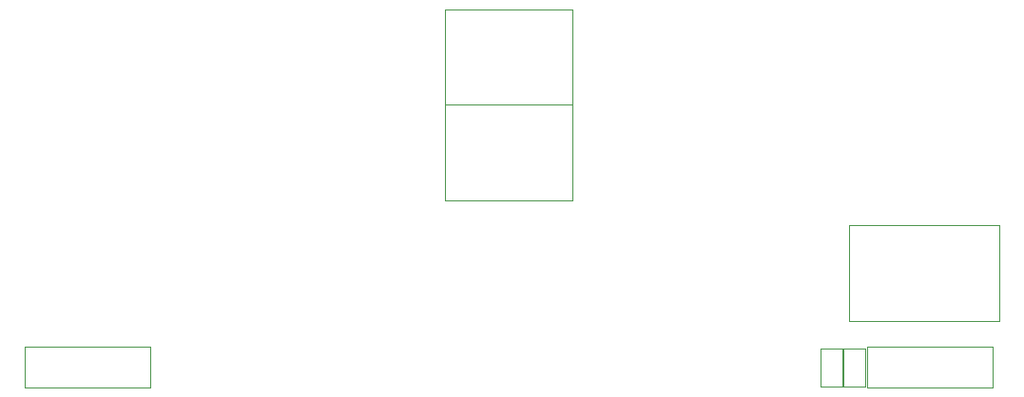
<source format=gbr>
%TF.GenerationSoftware,KiCad,Pcbnew,8.0.4+1*%
%TF.CreationDate,2024-10-09T09:07:16+00:00*%
%TF.ProjectId,pedalboard-display,70656461-6c62-46f6-9172-642d64697370,0.0.0-RC1*%
%TF.SameCoordinates,Original*%
%TF.FileFunction,Other,User*%
%FSLAX46Y46*%
G04 Gerber Fmt 4.6, Leading zero omitted, Abs format (unit mm)*
G04 Created by KiCad (PCBNEW 8.0.4+1) date 2024-10-09 09:07:16*
%MOMM*%
%LPD*%
G01*
G04 APERTURE LIST*
%ADD10C,0.050000*%
G04 APERTURE END LIST*
D10*
%TO.C,U1*%
X63888000Y-74072800D02*
X75088000Y-74072800D01*
X63888000Y-77672800D02*
X63888000Y-74072800D01*
X75088000Y-74072800D02*
X75088000Y-77672800D01*
X75088000Y-77672800D02*
X63888000Y-77672800D01*
%TO.C,U2*%
X138888000Y-74072800D02*
X150088000Y-74072800D01*
X138888000Y-77672800D02*
X138888000Y-74072800D01*
X150088000Y-74072800D02*
X150088000Y-77672800D01*
X150088000Y-77672800D02*
X138888000Y-77672800D01*
%TO.C,R3*%
X134800000Y-74232500D02*
X136700000Y-74232500D01*
X134800000Y-77592500D02*
X134800000Y-74232500D01*
X136700000Y-74232500D02*
X136700000Y-77592500D01*
X136700000Y-77592500D02*
X134800000Y-77592500D01*
%TO.C,R2*%
X136800000Y-74232500D02*
X138700000Y-74232500D01*
X136800000Y-77592500D02*
X136800000Y-74232500D01*
X138700000Y-74232500D02*
X138700000Y-77592500D01*
X138700000Y-77592500D02*
X136800000Y-77592500D01*
%TO.C,J3*%
X137300000Y-63250000D02*
X137300000Y-71750000D01*
X137300000Y-71750000D02*
X150700000Y-71750000D01*
X150700000Y-63250000D02*
X137300000Y-63250000D01*
X150700000Y-71750000D02*
X150700000Y-63250000D01*
%TO.C,J2*%
X101300000Y-44000000D02*
X101300000Y-52500000D01*
X101300000Y-52500000D02*
X112700000Y-52500000D01*
X112700000Y-44000000D02*
X101300000Y-44000000D01*
X112700000Y-52500000D02*
X112700000Y-44000000D01*
%TO.C,J1*%
X101300000Y-52500000D02*
X101300000Y-61000000D01*
X101300000Y-61000000D02*
X112700000Y-61000000D01*
X112700000Y-52500000D02*
X101300000Y-52500000D01*
X112700000Y-61000000D02*
X112700000Y-52500000D01*
%TD*%
M02*

</source>
